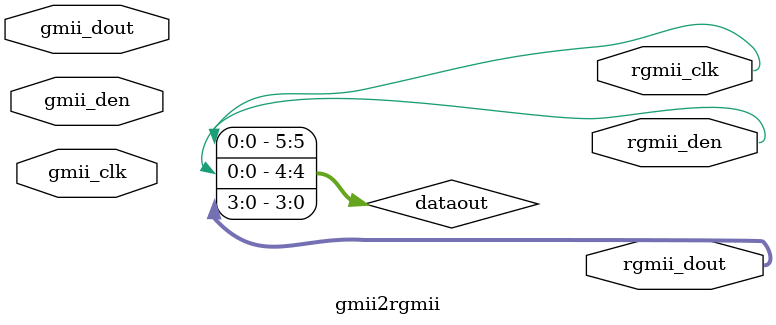
<source format=v>
/*
 * File   : gmii2rgmii.v
 * Date   : 20131017
 * Author : Bibo Yang, ash_riple@hotmail.com
 *
 */

`timescale 1ns/1ns
module gmii2rgmii (

    input  wire         gmii_clk, 
    input  wire         gmii_den,
    input  wire [ 7: 0] gmii_dout,
	 
    output wire         rgmii_clk,
    output wire         rgmii_den,
    output wire [ 3: 0] rgmii_dout

);

// SDR to DDR
wire [5:0] dataout;
`ifdef XILINX_ZYNQ
wire [5:0] gmii_hi = {1'b1, gmii_den, gmii_dout[7:4]};
wire [5:0] gmii_lo = {1'b0, gmii_den, gmii_dout[3:0]};
generate
genvar i;
for (i=0; i<6; i=i+1) begin: ODDR_loop
ODDR #(
    .DDR_CLK_EDGE("SAME_EDGE"), // "OPPOSITE_EDGE" or "SAME_EDGE"
    .INIT(1'b0), // Initial value of Q: 1'b0 or 1'b1
    .SRTYPE("ASYNC") // Set/Reset type: "SYNC" or "ASYNC"
) ODDR_inst (
    .Q(dataout[i]), // 1-bit DDR output
    .C(gmii_clk), // 1-bit clock input
    .CE(1'b1), // 1-bit clock enable input
    .D1(gmii_hi[i]), // 1-bit data input (positive edge)
    .D2(gmii_lo[i]), // 1-bit data input (negative edge)
    .R(1'b0), // 1-bit reset
    .S(1'b0) // 1-bit set
);
end
endgenerate
`endif
`ifdef XILINX_SPARTAN6
wire [5:0] gmii_hi = {1'b1, gmii_den, gmii_dout[7:4]};
wire [5:0] gmii_lo = {1'b0, gmii_den, gmii_dout[3:0]};
generate
genvar i;
for (i=0; i<6; i=i+1) begin: ODDR_loop
ODDR2 #(
    .DDR_ALIGNMENT("C0"), // Sets output alignment to "NONE", "C0" or "C1"
    .INIT(1'b0), // Sets initial state of the Q output to 1'b0 or 1'b1
    .SRTYPE("ASYNC") // Specifies "SYNC" or "ASYNC" set/reset
) ODDR2_inst (
    .Q(dataout[i]), // 1-bit DDR output data
    .C0(gmii_clk), // 1-bit clock input
    .C1(!gmii_clk), // 1-bit clock input
    .CE(1'b1), // 1-bit clock enable input
    .D0(gmii_hi[i]), // 1-bit data input (associated with C0)
    .D1(gmii_lo[i]), // 1-bit data input (associated with C1)
    .R(1'b0), // 1-bit reset input
    .S(1'b0) // 1-bit set input
);
end
endgenerate
`endif
`ifdef ALTERA
altddio_out	altddio_out_component (
			.datain_h ({1'b1, gmii_den, gmii_dout[7:4]}),
			.datain_l ({1'b0, gmii_den, gmii_dout[3:0]}),
			.outclock (gmii_clk),
			.dataout (dataout),
			.aclr (1'b0),
			.aset (1'b0),
			.oe (1'b1),
			.oe_out (),
			.outclocken (1'b1),
			.sclr (1'b0),
			.sset (1'b0));
defparam
	altddio_out_component.extend_oe_disable = "OFF",
	altddio_out_component.intended_device_family = "Cyclone IV",
	altddio_out_component.invert_output = "OFF",
	altddio_out_component.lpm_hint = "UNUSED",
	altddio_out_component.lpm_type = "altddio_out",
	altddio_out_component.oe_reg = "UNREGISTERED",
	altddio_out_component.power_up_high = "OFF",
	altddio_out_component.width = 6;
`endif

// DDR output
assign rgmii_clk  = dataout[  5];
assign rgmii_den  = dataout[  4];
assign rgmii_dout = dataout[3:0];

endmodule

</source>
